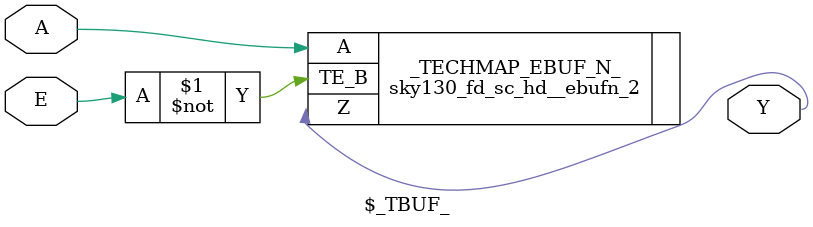
<source format=v>

module \$_TBUF_ (input A, input E, output Y);
  sky130_fd_sc_hd__ebufn_2 _TECHMAP_EBUF_N_ (
    .A(A),
    .Z(Y),
    .TE_B(~E));
endmodule
</source>
